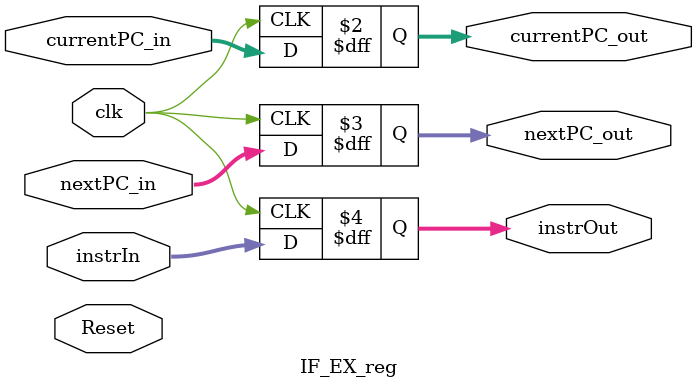
<source format=v>
module IF_EX_reg(currentPC_in ,nextPC_in ,currentPC_out ,nextPC_out ,instrIn ,instrOut ,clk ,Reset);

input wire [31:0] currentPC_in ,nextPC_in ,instrIn;
input clk ,Reset;
output reg [31:0] currentPC_out ,nextPC_out ,instrOut;

  always @(posedge clk)
    begin
      nextPC_out <= nextPC_in;
      currentPC_out <= currentPC_in;
      instrOut <= instrIn;
    end
  
endmodule

</source>
